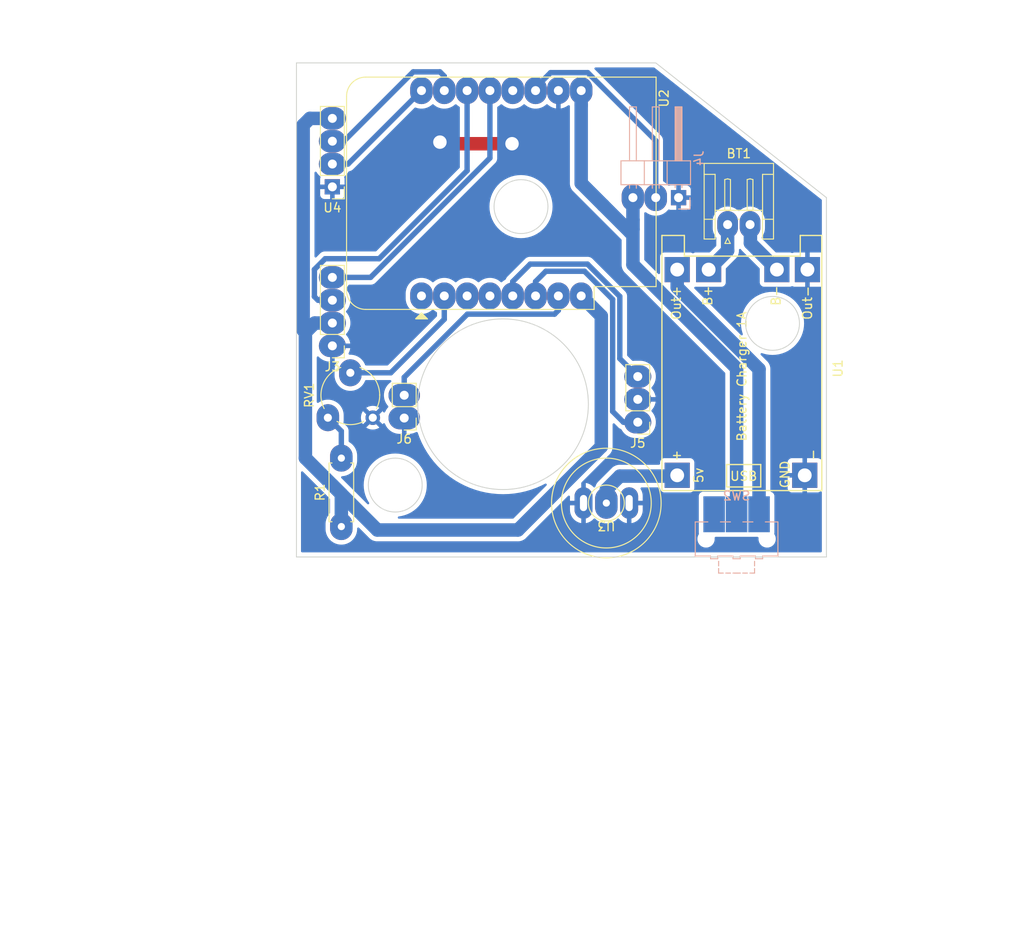
<source format=kicad_pcb>
(kicad_pcb (version 20211014) (generator pcbnew)
  (layers (0 "F.Cu" signal) (31 "B.Cu" signal) (34 "B.Paste" user) (35 "F.Paste" user) (36 "B.SilkS" user "B.Silkscreen") (37 "F.SilkS" user "F.Silkscreen") (38 "B.Mask" user) (39 "F.Mask" user) (44 "Edge.Cuts" user))
  (net 0 "")
  (net 1 "GND")
  (net 2 "ROTARY_SWITCH")
  (net 3 "+5V")
  (net 5 "Net-(U2-Pad2)")
  (net 8 "+3V3")
  (net 9 "Net-(J4-Pad2)")
  (net 11 "SDA")
  (net 12 "SCL")
  (net 13 "Net-(U2-Pad15)")
  (net 14 "Net-(U2-Pad16)")
  (net 15 "Net-(J5-Pad1)")
  (net 16 "Net-(J5-Pad3)")
  (net 17 "/VBAT")
  (net 18 "/VIN")
  (net 19 "/VBAT-")
  (net 20 "/5V")
  (net 21 "Net-(R1-Pad2)")
  (footprint "Connector_PinHeader_2.54mm:PinHeader_1x02_P2.54mm_Vertical" (layer "F.Cu") (at 89 101.54 180)
    (fp_text reference "J6" (at 0 -2.33) (layer "F.SilkS"))
    (fp_text value "EncoderSwitch")
    (fp_line (start -1.33 -1.33) (end 0 -1.33) (layer "F.SilkS") (width 0.12))
    (fp_line (start -1.33 3.87) (end 1.33 3.87) (layer "F.SilkS") (width 0.12))
    (fp_line (start -1.33 1.27) (end -1.33 3.87) (layer "F.SilkS") (width 0.12))
    (fp_line (start -1.33 0) (end -1.33 -1.33) (layer "F.SilkS") (width 0.12))
    (fp_line (start -1.33 1.27) (end 1.33 1.27) (layer "F.SilkS") (width 0.12))
    (fp_line (start 1.33 1.27) (end 1.33 3.87) (layer "F.SilkS") (width 0.12))
    (pad "1" thru_hole oval (at 0 0 180) (size 3.5 2.5) (drill 1) (layers *.Cu *.Mask) (net 1 "GND"))
    (pad "2" thru_hole oval (at 0 2.54 180) (size 3.5 2.5) (drill 1) (layers *.Cu *.Mask) (net 2 "ROTARY_SWITCH"))
  )
  (footprint "Module:WEMOS_D1_mini_light" (layer "F.Cu") (at 90.92 87.945 90)
    (fp_text reference "U2" (at 22 27 90) (layer "F.SilkS"))
    (fp_text value "WeMos_D1_mini")
    (fp_line (start -1.5 19.22) (end -1.5 -6.21) (layer "F.SilkS") (width 0.12))
    (fp_line (start 1.04 26.12) (end 24.36 26.12) (layer "F.SilkS") (width 0.12))
    (fp_line (start 22.24 -8.34) (end 0.63 -8.34) (layer "F.SilkS") (width 0.12))
    (fp_line (start 1.04 19.22) (end 1.04 26.12) (layer "F.SilkS") (width 0.12))
    (fp_line (start -1.5 19.22) (end 1.04 19.22) (layer "F.SilkS") (width 0.12))
    (fp_line (start 24.36 26.12) (end 24.36 -6.21) (layer "F.SilkS") (width 0.12))
    (fp_arc (start -1.5 -6.21) (mid -0.876137 -7.716137) (end 0.63 -8.34) (layer "F.SilkS") (width 0.12))
    (fp_arc (start 22.23 -8.34) (mid 23.736137 -7.716137) (end 24.36 -6.21) (layer "F.SilkS") (width 0.12))
    (fp_poly (pts (xy -2.54 -0.635) (xy -2.54 0.635) (xy -1.905 0)) (layer "F.SilkS") (width 0.15) (fill solid))
    (pad "1" thru_hole oval (at 0 0 90) (size 3 2.5) (drill 1) (layers *.Cu *.Mask))
    (pad "2" thru_hole oval (at 0 2.54 90) (size 3 2.5) (drill 1) (layers *.Cu *.Mask) (net 5 "Net-(U2-Pad2)"))
    (pad "3" thru_hole oval (at 0 5.08 90) (size 3 2.5) (drill 1) (layers *.Cu *.Mask))
    (pad "4" thru_hole oval (at 0 7.62 90) (size 3 2.5) (drill 1) (layers *.Cu *.Mask))
    (pad "5" thru_hole oval (at 0 10.16 90) (size 3 2.5) (drill 1) (layers *.Cu *.Mask) (net 16 "Net-(J5-Pad3)"))
    (pad "6" thru_hole oval (at 0 12.7 90) (size 3 2.5) (drill 1) (layers *.Cu *.Mask) (net 15 "Net-(J5-Pad1)"))
    (pad "7" thru_hole oval (at 0 15.24 90) (size 3 2.5) (drill 1) (layers *.Cu *.Mask) (net 2 "ROTARY_SWITCH"))
    (pad "8" thru_hole oval (at 0 17.78 90) (size 3 2.5) (drill 1) (layers *.Cu *.Mask) (net 8 "+3V3"))
    (pad "9" thru_hole oval (at 22.86 17.78 90) (size 3 2.5) (drill 1) (layers *.Cu *.Mask) (net 3 "+5V"))
    (pad "10" thru_hole oval (at 22.86 15.24 90) (size 3 2.5) (drill 1) (layers *.Cu *.Mask) (net 1 "GND"))
    (pad "11" thru_hole oval (at 22.86 12.7 90) (size 3 2.5) (drill 1) (layers *.Cu *.Mask) (net 9 "Net-(J4-Pad2)"))
    (pad "12" thru_hole oval (at 22.86 10.16 90) (size 3 2.5) (drill 1) (layers *.Cu *.Mask))
    (pad "13" thru_hole oval (at 22.86 7.62 90) (size 3 2.5) (drill 1) (layers *.Cu *.Mask) (net 11 "SDA"))
    (pad "14" thru_hole oval (at 22.86 5.08 90) (size 3 2.5) (drill 1) (layers *.Cu *.Mask) (net 12 "SCL"))
    (pad "15" thru_hole oval (at 22.86 2.54 90) (size 3 2.5) (drill 1) (layers *.Cu *.Mask) (net 13 "Net-(U2-Pad15)"))
    (pad "16" thru_hole oval (at 22.86 0 90) (size 3 2.5) (drill 1) (layers *.Cu *.Mask) (net 14 "Net-(U2-Pad16)"))
  )
  (footprint "Connector_PinHeader_2.54mm:PinHeader_1x04_P2.54mm_Vertical" (layer "F.Cu") (at 81 93.5 180)
    (fp_text reference "J3" (at 0 -2.33) (layer "F.SilkS"))
    (fp_text value "i2c")
    (fp_line (start -1.33 1.27) (end 1.33 1.27) (layer "F.SilkS") (width 0.12))
    (fp_line (start -1.33 1.27) (end -1.33 8.95) (layer "F.SilkS") (width 0.12))
    (fp_line (start -1.33 -1.33) (end 0 -1.33) (layer "F.SilkS") (width 0.12))
    (fp_line (start -1.33 0) (end -1.33 -1.33) (layer "F.SilkS") (width 0.12))
    (fp_line (start 1.33 1.27) (end 1.33 8.95) (layer "F.SilkS") (width 0.12))
    (fp_line (start -1.33 8.95) (end 1.33 8.95) (layer "F.SilkS") (width 0.12))
    (pad "1" thru_hole oval (at 0 0 180) (size 3 2.5) (drill 1) (layers *.Cu *.Mask) (net 1 "GND"))
    (pad "2" thru_hole oval (at 0 2.54 180) (size 3 2.5) (drill 1) (layers *.Cu *.Mask) (net 8 "+3V3"))
    (pad "3" thru_hole oval (at 0 5.08 180) (size 3 2.5) (drill 1) (layers *.Cu *.Mask) (net 12 "SCL"))
    (pad "4" thru_hole oval (at 0 7.62 180) (size 3 2.5) (drill 1) (layers *.Cu *.Mask) (net 11 "SDA"))
  )
  (footprint "Connector_PinHeader_2.54mm:PinHeader_1x04_P2.54mm_Vertical" (layer "F.Cu") (at 81 75.8 180)
    (fp_text reference "U4" (at 0 -2.33) (layer "F.SilkS"))
    (fp_text value "TTL")
    (fp_line (start -1.33 1.27) (end 1.33 1.27) (layer "F.SilkS") (width 0.12))
    (fp_line (start -1.33 8.95) (end 1.33 8.95) (layer "F.SilkS") (width 0.12))
    (fp_line (start -1.33 1.27) (end -1.33 8.95) (layer "F.SilkS") (width 0.12))
    (fp_line (start -1.33 -1.33) (end 0 -1.33) (layer "F.SilkS") (width 0.12))
    (fp_line (start -1.33 0) (end -1.33 -1.33) (layer "F.SilkS") (width 0.12))
    (fp_line (start 1.33 1.27) (end 1.33 8.95) (layer "F.SilkS") (width 0.12))
    (pad "1" thru_hole rect (at 0 0 180) (size 1.7 1.7) (drill 1) (layers *.Cu *.Mask) (net 1 "GND"))
    (pad "2" thru_hole oval (at 0 2.54 180) (size 3 2.5) (drill 1) (layers *.Cu *.Mask) (net 14 "Net-(U2-Pad16)"))
    (pad "3" thru_hole oval (at 0 5.08 180) (size 3 2.5) (drill 1) (layers *.Cu *.Mask) (net 13 "Net-(U2-Pad15)"))
    (pad "4" thru_hole oval (at 0 7.62 180) (size 3 2.5) (drill 1) (layers *.Cu *.Mask) (net 8 "+3V3"))
  )
  (footprint "Connector_PinHeader_2.54mm:PinHeader_1x03_P2.54mm_Vertical" (layer "F.Cu") (at 115 102 180)
    (fp_text reference "J5" (at 0 -2.33) (layer "F.SilkS"))
    (fp_text value "EncoderRotary")
    (fp_line (start -1.33 0) (end -1.33 -1.33) (layer "F.SilkS") (width 0.12))
    (fp_line (start 1.33 1.27) (end 1.33 6.41) (layer "F.SilkS") (width 0.12))
    (fp_line (start -1.33 1.27) (end -1.33 6.41) (layer "F.SilkS") (width 0.12))
    (fp_line (start -1.33 6.41) (end 1.33 6.41) (layer "F.SilkS") (width 0.12))
    (fp_line (start -1.33 -1.33) (end 0 -1.33) (layer "F.SilkS") (width 0.12))
    (fp_line (start -1.33 1.27) (end 1.33 1.27) (layer "F.SilkS") (width 0.12))
    (pad "1" thru_hole oval (at 0 0 180) (size 3 2.5) (drill 1) (layers *.Cu *.Mask) (net 15 "Net-(J5-Pad1)"))
    (pad "2" thru_hole oval (at 0 2.54 180) (size 3 2.5) (drill 1) (layers *.Cu *.Mask) (net 1 "GND"))
    (pad "3" thru_hole oval (at 0 5.08 180) (size 3 2.5) (drill 1) (layers *.Cu *.Mask) (net 16 "Net-(J5-Pad3)"))
  )
  (footprint "Connector_JST:JST_EH_S2B-EH_1x02_P2.50mm_Horizontal" (layer "F.Cu") (at 125 80)
    (fp_text reference "BT1" (at 1.25 -7.9) (layer "F.SilkS"))
    (fp_text value "Battery_Cell")
    (fp_line (start -0.32 -5.01) (end 0 -5.09) (layer "F.SilkS") (width 0.12))
    (fp_line (start 0.32 -1.59) (end 0 -1.59) (layer "F.SilkS") (width 0.12))
    (fp_line (start 2.18 -5.01) (end 2.5 -5.09) (layer "F.SilkS") (width 0.12))
    (fp_line (start -1.39 -1.59) (end 3.89 -1.59) (layer "F.SilkS") (width 0.12))
    (fp_line (start 0.3 2.1) (end 0 1.5) (layer "F.SilkS") (width 0.12))
    (fp_line (start -0.3 2.1) (end 0.3 2.1) (layer "F.SilkS") (width 0.12))
    (fp_line (start 0.32 -5.01) (end 0.32 -1.59) (layer "F.SilkS") (width 0.12))
    (fp_line (start -2.61 -5.59) (end -1.39 -5.59) (layer "F.SilkS") (width 0.12))
    (fp_line (start -1.39 -5.59) (end -1.39 -0.59) (layer "F.SilkS") (width 0.12))
    (fp_line (start -1.39 -0.59) (end -1.39 1.61) (layer "F.SilkS") (width 0.12))
    (fp_line (start 5.11 -5.59) (end 3.89 -5.59) (layer "F.SilkS") (width 0.12))
    (fp_line (start -1.39 -0.59) (end -2.61 -0.59) (layer "F.SilkS") (width 0.12))
    (fp_line (start 2.82 -5.01) (end 2.82 -1.59) (layer "F.SilkS") (width 0.12))
    (fp_line (start 3.89 -0.59) (end 5.11 -0.59) (layer "F.SilkS") (width 0.12))
    (fp_line (start 2.5 -1.59) (end 2.18 -1.59) (layer "F.SilkS") (width 0.12))
    (fp_line (start 2.18 -1.59) (end 2.18 -5.01) (layer "F.SilkS") (width 0.12))
    (fp_line (start 2.82 -1.59) (end 2.5 -1.59) (layer "F.SilkS") (width 0.12))
    (fp_line (start 0 -5.09) (end 0.32 -5.01) (layer "F.SilkS") (width 0.12))
    (fp_line (start 1.17 -0.59) (end 1.33 -0.59) (layer "F.SilkS") (width 0.12))
    (fp_line (start -1.39 1.61) (end -2.61 1.61) (layer "F.SilkS") (width 0.12))
    (fp_line (start -2.61 1.61) (end -2.61 -6.81) (layer "F.SilkS") (width 0.12))
    (fp_line (start 3.89 -5.59) (end 3.89 -0.59) (layer "F.SilkS") (width 0.12))
    (fp_line (start 2.5 -5.09) (end 2.82 -5.01) (layer "F.SilkS") (width 0.12))
    (fp_line (start 0 1.5) (end -0.3 2.1) (layer "F.SilkS") (width 0.12))
    (fp_line (start -0.32 -1.59) (end -0.32 -5.01) (layer "F.SilkS") (width 0.12))
    (fp_line (start -2.61 -6.81) (end 5.11 -6.81) (layer "F.SilkS") (width 0.12))
    (fp_line (start 3.89 1.61) (end 3.89 -0.59) (layer "F.SilkS") (width 0.12))
    (fp_line (start 5.11 -6.81) (end 5.11 1.61) (layer "F.SilkS") (width 0.12))
    (fp_line (start 0 -1.59) (end -0.32 -1.59) (layer "F.SilkS") (width 0.12))
    (fp_line (start 5.11 1.61) (end 3.89 1.61) (layer "F.SilkS") (width 0.12))
    (pad "1" thru_hole oval (at 0 0 90) (size 3 2.3) (drill 1) (layers *.Cu *.Mask) (net 17 "/VBAT"))
    (pad "2" thru_hole oval (at 2.5 0 90) (size 3 2.3) (drill 1) (layers *.Cu *.Mask) (net 19 "/VBAT-"))
  )
  (footprint "magnetic-charger:magnetic-charger" (layer "F.Cu") (at 111.5 111 180)
    (fp_text reference "U3" (at 0 -2.54 180 unlocked) (layer "F.SilkS"))
    (fp_text value "magnetic-charger" hide)
    (fp_circle (center 0 0) (end 6.1 0) (layer "F.SilkS") (width 0.12) (fill none))
    (fp_circle (center 0 0) (end 5 0) (layer "F.SilkS") (width 0.12) (fill none))
    (fp_circle (center 0 0) (end 2 0) (layer "F.SilkS") (width 0.12) (fill none))
    (pad "1" thru_hole oval (at -2.54 0 270) (size 3.5 2) (drill oval 1.8 0.8) (layers *.Cu *.Mask) (net 1 "GND"))
    (pad "1" thru_hole oval (at 2.54 0 270) (size 3.5 2) (drill oval 1.8 0.8) (layers *.Cu *.Mask) (net 1 "GND"))
    (pad "2" thru_hole oval (at 0 0 180) (size 2.5 3.5) (drill 0.8) (layers *.Cu *.Mask) (net 18 "/VIN"))
  )
  (footprint "Potentiometer_THT:Potentiometer_Piher_PT-6-V_Vertical" (layer "F.Cu") (at 85.5 101.5 90)
    (fp_text reference "RV1" (at 2.5 -7.06 90) (layer "F.SilkS"))
    (fp_text value "10k")
    (fp_arc (start 5.591846 -1.435392) (mid 4.398899 0.162158) (end 2.5 0.77) (layer "F.SilkS") (width 0.12))
    (fp_arc (start -0.413387 -1.014798) (mid -0.770114 -2.499325) (end -0.414 -3.984) (layer "F.SilkS") (width 0.12))
    (fp_arc (start 1.016032 -5.413829) (mid 3.725524 -5.531609) (end 5.592 -3.564) (layer "F.SilkS") (width 0.12))
    (fp_arc (start 2.556863 0.770075) (mid 1.764071 0.686696) (end 1.015 0.414) (layer "F.SilkS") (width 0.12))
    (pad "1" thru_hole circle (at 0 0 90) (size 1.62 1.62) (drill 0.9) (layers *.Cu *.Mask) (net 1 "GND"))
    (pad "2" thru_hole oval (at 5 -2.5 90) (size 3 2.5) (drill 0.9) (layers *.Cu *.Mask) (net 5 "Net-(U2-Pad2)"))
    (pad "3" thru_hole oval (at 0 -5 90) (size 3 2.5) (drill 0.9) (layers *.Cu *.Mask) (net 21 "Net-(R1-Pad2)"))
  )
  (footprint "Resistor_THT:R_Axial_DIN0207_L6.3mm_D2.5mm_P7.62mm_Horizontal" (layer "F.Cu") (at 82 113.62 90)
    (fp_text reference "R1" (at 3.81 -2.37 90) (layer "F.SilkS"))
    (fp_text value "20k")
    (fp_line (start 7.08 -1.37) (end 7.08 -1.04) (layer "F.SilkS") (width 0.12))
    (fp_line (start 0.54 1.37) (end 7.08 1.37) (layer "F.SilkS") (width 0.12))
    (fp_line (start 0.54 1.04) (end 0.54 1.37) (layer "F.SilkS") (width 0.12))
    (fp_line (start 0.54 -1.04) (end 0.54 -1.37) (layer "F.SilkS") (width 0.12))
    (fp_line (start 0.54 -1.37) (end 7.08 -1.37) (layer "F.SilkS") (width 0.12))
    (fp_line (start 7.08 1.37) (end 7.08 1.04) (layer "F.SilkS") (width 0.12))
    (pad "1" thru_hole oval (at 0 0 90) (size 3 2.5) (drill 0.8) (layers *.Cu *.Mask) (net 8 "+3V3"))
    (pad "2" thru_hole oval (at 7.62 0 90) (size 3 2.5) (drill 0.8) (layers *.Cu *.Mask) (net 21 "Net-(R1-Pad2)"))
  )
  (footprint "TP4056:TP4056" (layer "F.Cu") (at 117.6875 109.6125 90)
    (fp_text reference "U1" (at 13.6 19.6 90) (layer "F.SilkS"))
    (fp_text value "TP4056")
    (fp_text user "Battery Charger 1A" (at 12.7 8.9 90) (layer "F.SilkS"))
    (fp_text user "B-" (at 21.7 12.7 90) (layer "F.SilkS"))
    (fp_text user "+" (at 3.9 1.6 90) (layer "F.SilkS"))
    (fp_text user "GND" (at 1.8 13.7 90) (layer "F.SilkS"))
    (fp_text user "5v" (at 1.7 4.1 90) (layer "F.SilkS"))
    (fp_text user "Out-" (at 20.9 16.2 90) (layer "F.SilkS"))
    (fp_text user "USB" (at 1.6 9.1) (layer "F.SilkS"))
    (fp_text user "Out+" (at 20.9 1.6 90) (layer "F.SilkS"))
    (fp_text user "B+" (at 21.7 5.1 90) (layer "F.SilkS"))
    (fp_text user "-" (at 4 16.8 90) (layer "F.SilkS"))
    (fp_line (start 2.9 11) (end 0.4 11) (layer "F.SilkS") (width 0.15))
    (fp_line (start 26.3 15.4) (end 28.4 15.4) (layer "F.SilkS") (width 0.15))
    (fp_line (start 28.4 2.5) (end 26.1 2.5) (layer "F.SilkS") (width 0.15))
    (fp_line (start 2.9 7.2) (end 2.9 11) (layer "F.SilkS") (width 0.15))
    (fp_line (start 26.1 15.4) (end 26.4 15.4) (layer "F.SilkS") (width 0.15))
    (fp_line (start 0.4 7.2) (end 2.9 7.2) (layer "F.SilkS") (width 0.15))
    (fp_line (start 0.4 11) (end 0.4 7.3) (layer "F.SilkS") (width 0.15))
    (fp_line (start 26.1 2.5) (end 26.1 15.4) (layer "F.SilkS") (width 0.15))
    (fp_line (start 28.4 0) (end 28.4 2.5) (layer "F.SilkS") (width 0.15))
    (fp_line (start 0 0) (end 26.3 0) (layer "F.SilkS") (width 0.15))
    (fp_line (start 28.4 15.4) (end 28.4 15.7) (layer "F.SilkS") (width 0.15))
    (fp_line (start 0 17.8) (end 0 0) (layer "F.SilkS") (width 0.15))
    (fp_line (start 28.4 17.8) (end 0 17.8) (layer "F.SilkS") (width 0.15))
    (fp_line (start 28.4 15.7) (end 28.4 17.8) (layer "F.SilkS") (width 0.15))
    (fp_line (start 26.3 0) (end 28.4 0) (layer "F.SilkS") (width 0.15))
    (pad "1" thru_hole rect (at 1.7 1.7 90) (size 2.8 2.8) (drill 1.54) (layers *.Cu *.Mask) (net 18 "/VIN"))
    (pad "2" thru_hole rect (at 1.7 15.9 90) (size 2.8 2.8) (drill 1.54) (layers *.Cu *.Mask) (net 1 "GND"))
    (pad "3" thru_hole rect (at 24.6 1.7 90) (size 2.8 2.8) (drill 1.54) (layers *.Cu *.Mask) (net 20 "/5V"))
    (pad "4" thru_hole rect (at 24.6 16.2 90) (size 2.8 2.8) (drill 1.54) (layers *.Cu *.Mask) (net 1 "GND"))
    (pad "5" thru_hole rect (at 24.6 5.2 90) (size 2.8 2.8) (drill 1.54) (layers *.Cu *.Mask) (net 17 "/VBAT"))
    (pad "6" thru_hole rect (at 24.6 12.8 90) (size 2.8 2.8) (drill 1.54) (layers *.Cu *.Mask) (net 19 "/VBAT-"))
  )
  (footprint "Connector_PinHeader_2.54mm:PinHeader_1x03_P2.54mm_Horizontal" (layer "B.Cu") (at 119.54 77 90)
    (fp_text reference "J4" (at 4.385 2.27 90) (layer "B.SilkS") (effects (justify mirror)))
    (fp_text value "Neopixel Connector")
    (fp_line (start 1.11 0.38) (end 1.44 0.38) (layer "B.SilkS") (width 0.12))
    (fp_line (start 1.042929 -4.7) (end 1.44 -4.7) (layer "B.SilkS") (width 0.12))
    (fp_line (start 4.1 -6.41) (end 4.1 1.33) (layer "B.SilkS") (width 0.12))
    (fp_line (start 4.1 -0.04) (end 10.1 -0.04) (layer "B.SilkS") (width 0.12))
    (fp_line (start 4.1 0.08) (end 10.1 0.08) (layer "B.SilkS") (width 0.12))
    (fp_line (start 4.1 -0.16) (end 10.1 -0.16) (layer "B.SilkS") (width 0.12))
    (fp_line (start -1.27 1.27) (end 0 1.27) (layer "B.SilkS") (width 0.12))
    (fp_line (start 10.1 -5.46) (end 4.1 -5.46) (layer "B.SilkS") (width 0.12))
    (fp_line (start 4.1 -4.7) (end 10.1 -4.7) (layer "B.SilkS") (width 0.12))
    (fp_line (start 4.1 1.33) (end 1.44 1.33) (layer "B.SilkS") (width 0.12))
    (fp_line (start 10.1 -0.38) (end 4.1 -0.38) (layer "B.SilkS") (width 0.12))
    (fp_line (start 10.1 -2.92) (end 4.1 -2.92) (layer "B.SilkS") (width 0.12))
    (fp_line (start 1.042929 -5.46) (end 1.44 -5.46) (layer "B.SilkS") (width 0.12))
    (fp_line (start 1.44 -6.41) (end 4.1 -6.41) (layer "B.SilkS") (width 0.12))
    (fp_line (start 4.1 -2.16) (end 10.1 -2.16) (layer "B.SilkS") (width 0.12))
    (fp_line (start 4.1 -0.28) (end 10.1 -0.28) (layer "B.SilkS") (width 0.12))
    (fp_line (start 1.44 -3.81) (end 4.1 -3.81) (layer "B.SilkS") (width 0.12))
    (fp_line (start 1.042929 -2.92) (end 1.44 -2.92) (layer "B.SilkS") (width 0.12))
    (fp_line (start 1.11 -0.38) (end 1.44 -0.38) (layer "B.SilkS") (width 0.12))
    (fp_line (start 1.042929 -2.16) (end 1.44 -2.16) (layer "B.SilkS") (width 0.12))
    (fp_line (start 10.1 -4.7) (end 10.1 -5.46) (layer "B.SilkS") (width 0.12))
    (fp_line (start 10.1 -2.16) (end 10.1 -2.92) (layer "B.SilkS") (width 0.12))
    (fp_line (start 1.44 1.33) (end 1.44 -6.41) (layer "B.SilkS") (width 0.12))
    (fp_line (start 4.1 0.2) (end 10.1 0.2) (layer "B.SilkS") (width 0.12))
    (fp_line (start 4.1 0.38) (end 10.1 0.38) (layer "B.SilkS") (width 0.12))
    (fp_line (start -1.27 0) (end -1.27 1.27) (layer "B.SilkS") (width 0.12))
    (fp_line (start 1.44 -1.27) (end 4.1 -1.27) (layer "B.SilkS") (width 0.12))
    (fp_line (start 10.1 0.38) (end 10.1 -0.38) (layer "B.SilkS") (width 0.12))
    (fp_line (start 4.1 0.32) (end 10.1 0.32) (layer "B.SilkS") (width 0.12))
    (pad "1" thru_hole rect (at 0 0 90) (size 1.7 1.7) (drill 1) (layers *.Cu *.Mask) (net 1 "GND"))
    (pad "2" thru_hole oval (at 0 -2.54 90) (size 3 2.5) (drill 1) (layers *.Cu *.Mask) (net 9 "Net-(J4-Pad2)"))
    (pad "3" thru_hole oval (at 0 -5.08 90) (size 3 2.5) (drill 1) (layers *.Cu *.Mask) (net 3 "+5V"))
  )
  (footprint "Button_Switch_SMD:SW_SPDT_CK-JS102011SAQN" (layer "B.Cu") (at 126 115 180)
    (fp_text reference "SW2" (at 0 4.8) (layer "B.SilkS") (effects (justify mirror)))
    (fp_text value "SW_SPST")
    (fp_line (start -2 -3.3) (end -2 -3.3) (layer "B.SilkS") (width 0.12))
    (fp_line (start 2.1 -1.9) (end 0.4 -1.9) (layer "B.SilkS") (width 0.12))
    (fp_line (start -2.9 -2.2) (end -2.9 -1.9) (layer "B.SilkS") (width 0.12))
    (fp_line (start -1.8 1.9) (end -1.8 1.9) (layer "B.SilkS") (width 0.12))
    (fp_line (start 4.6 1.9) (end 4.6 -1.9) (layer "B.SilkS") (width 0.12))
    (fp_line (start 0.4 -1.9) (end 0.4 -2.2) (layer "B.SilkS") (width 0.12))
    (fp_line (start 1.8 1.9) (end 0.7 1.9) (layer "B.SilkS") (width 0.12))
    (fp_line (start -2 -3.8) (end -1.5 -3.8) (layer "B.SilkS") (width 0.12))
    (fp_line (start 0.7 -3.8) (end 0.7 -3.8) (layer "B.SilkS") (width 0.12))
    (fp_line (start 2.9 -2.2) (end 2.1 -2.2) (layer "B.SilkS") (width 0.12))
    (fp_line (start 2.1 -2.2) (end 2.1 -1.9) (layer "B.SilkS") (width 0.12))
    (fp_line (start -1.5 -3.8) (end -1.5 -3.8) (layer "B.SilkS") (width 0.12))
    (fp_line (start 1.2 -3.8) (end 0.7 -3.8) (layer "B.SilkS") (width 0.12))
    (fp_line (start 4.6 -1.9) (end 2.9 -1.9) (layer "B.SilkS") (width 0.12))
    (fp_line (start -4.6 1.9) (end -3.2 1.9) (layer "B.SilkS") (width 0.12))
    (fp_line (start -2.1 -2.2) (end -2.9 -2.2) (layer "B.SilkS") (width 0.12))
    (fp_line (start -2.1 -1.9) (end -2.1 -2.2) (layer "B.SilkS") (width 0.12))
    (fp_line (start -0.7 -3.8) (end -0.7 -3.8) (layer "B.SilkS") (width 0.12))
    (fp_line (start 0.4 -3.8) (end -0.4 -3.8) (layer "B.SilkS") (width 0.12))
    (fp_line (start -0.7 1.9) (end -1.8 1.9) (layer "B.SilkS") (width 0.12))
    (fp_line (start -4.6 -1.9) (end -4.6 -1.9) (layer "B.SilkS") (width 0.12))
    (fp_line (start -0.4 -2.2) (end -0.4 -1.9) (layer "B.SilkS") (width 0.12))
    (fp_line (start -2.9 -1.9) (end -4.6 -1.9) (layer "B.SilkS") (width 0.12))
    (fp_line (start -0.4 -1.9) (end -2.1 -1.9) (layer "B.SilkS") (width 0.12))
    (fp_line (start -1.2 -3.8) (end -0.7 -3.8) (layer "B.SilkS") (width 0.12))
    (fp_line (start -2 -3) (end -2 -2.5) (layer "B.SilkS") (width 0.12))
    (fp_line (start 2 -3.8) (end 2 -3.3) (layer "B.SilkS") (width 0.12))
    (fp_line (start -2 -3.8) (end -2 -3.3) (layer "B.SilkS") (width 0.12))
    (fp_line (start 2 -3.3) (end 2 -3.3) (layer "B.SilkS") (width 0.12))
    (fp_line (start 0.4 -2.2) (end -0.4 -2.2) (layer "B.SilkS") (width 0.12))
    (fp_line (start -2 -2.5) (end -2 -2.5) (layer "B.SilkS") (width 0.12))
    (fp_line (start 1.5 -3.8) (end 1.5 -3.8) (layer "B.SilkS") (width 0.12))
    (fp_line (start 2 -3) (end 2 -2.5) (layer "B.SilkS") (width 0.12))
    (fp_line (start 2 -3.8) (end 1.5 -3.8) (layer "B.SilkS") (width 0.12))
    (fp_line (start 3.2 1.9) (end 4.6 1.9) (layer "B.SilkS") (width 0.12))
    (fp_line (start -4.6 -1.9) (end -4.6 1.9) (layer "B.SilkS") (width 0.12))
    (fp_line (start 2.9 -1.9) (end 2.9 -2.2) (layer "B.SilkS") (width 0.12))
    (fp_line (start -0.4 -3.8) (end -0.4 -3.8) (layer "B.SilkS") (width 0.12))
    (fp_line (start 0.7 1.9) (end 0.7 1.9) (layer "B.SilkS") (width 0.12))
    (fp_line (start 2 -2.5) (end 2 -2.5) (layer "B.SilkS") (width 0.12))
    (pad "" np_thru_hole circle (at 3.4 0 180) (size 0.9 0.9) (drill 0.9) (layers *.Cu *.Mask))
    (pad "" np_thru_hole circle (at -3.4 0 180) (size 0.9 0.9) (drill 0.9) (layers *.Cu *.Mask))
    (pad "1" smd rect (at -2.5 2.75 180) (size 2.4 4) (layers "B.Cu" "B.Paste" "B.Mask") (net 20 "/5V"))
    (pad "2" smd rect (at 0 2.75 180) (size 2.4 4) (layers "B.Cu" "B.Paste" "B.Mask") (net 3 "+5V"))
    (pad "3" smd rect (at 2.5 2.75 180) (size 2.4 4) (layers "B.Cu" "B.Paste" "B.Mask"))
  )
  (gr_line (start 136 77) (end 136 117) (layer "Edge.Cuts") (width 0.1))
  (gr_line (start 117 62) (end 136 77) (layer "Edge.Cuts") (width 0.1))
  (gr_circle (center 88 109) (end 91 109) (layer "Edge.Cuts") (width 0.1) (fill none))
  (gr_line (start 77 62) (end 117 62) (layer "Edge.Cuts") (width 0.1))
  (gr_circle (center 130 91) (end 133 91) (layer "Edge.Cuts") (width 0.1) (fill none))
  (gr_circle (center 100 100) (end 109.5 100) (layer "Edge.Cuts") (width 0.1) (fill none))
  (gr_circle (center 102 78) (end 105 78) (layer "Edge.Cuts") (width 0.1) (fill none))
  (gr_line (start 77 117) (end 77 62) (layer "Edge.Cuts") (width 0.1))
  (gr_line (start 77 117) (end 136 117) (layer "Edge.Cuts") (width 0.1))
  (segment (start 93.149141 71) (end 92.972221 70.82308) (width 1.5) (layer "F.Cu") (net 1))
  (segment (start 101 71) (end 93.149141 71) (width 1.5) (layer "F.Cu") (net 1))
  (via (at 92.972221 70.82308) (size 3) (drill 1.5) (layers "F.Cu" "B.Cu") (net 1))
  (via (at 101 71) (size 3) (drill 1.5) (layers "F.Cu" "B.Cu") (net 1))
  (segment (start 96.028373 89.971627) (end 89 97) (width 0.6) (layer "B.Cu") (net 2))
  (segment (start 105.733373 89.971627) (end 96.028373 89.971627) (width 0.6) (layer "B.Cu") (net 2))
  (segment (start 89 97) (end 89 99) (width 0.6) (layer "B.Cu") (net 2))
  (segment (start 106.16 89.545) (end 105.733373 89.971627) (width 0.6) (layer "B.Cu") (net 2))
  (segment (start 106.16 87.945) (end 106.16 89.545) (width 0.6) (layer "B.Cu") (net 2))
  (segment (start 114.46 77) (end 114.46 79.46) (width 1.5) (layer "B.Cu") (net 3))
  (segment (start 126 112.25) (end 126 96) (width 1.5) (layer "B.Cu") (net 3))
  (segment (start 108.7 75.4) (end 111.15 77.85) (width 1.5) (layer "B.Cu") (net 3))
  (segment (start 126 96) (end 114.46 84.46) (width 1.5) (layer "B.Cu") (net 3))
  (segment (start 108.7 66.7) (end 108.7 75.4) (width 1.5) (layer "B.Cu") (net 3))
  (segment (start 108.7 65.085) (end 108.7 66.7) (width 1.5) (layer "B.Cu") (net 3))
  (segment (start 114.46 84.46) (end 114.46 79.46) (width 1.5) (layer "B.Cu") (net 3))
  (segment (start 114.46 79.46) (end 114.46 80.54) (width 1.5) (layer "B.Cu") (net 3))
  (segment (start 114.46 80.54) (end 114.15 80.85) (width 1.5) (layer "B.Cu") (net 3))
  (segment (start 111.15 77.85) (end 114.15 80.85) (width 1.5) (layer "B.Cu") (net 3))
  (segment (start 93.46 90.54) (end 93.46 87.945) (width 0.6) (layer "B.Cu") (net 5))
  (segment (start 83 96.5) (end 87.5 96.5) (width 0.6) (layer "B.Cu") (net 5))
  (segment (start 87.5 96.5) (end 93.46 90.54) (width 0.6) (layer "B.Cu") (net 5))
  (segment (start 86 114) (end 81 109) (width 1.5) (layer "B.Cu") (net 8))
  (segment (start 110.939803 104.71976) (end 101.659563 114) (width 1.5) (layer "B.Cu") (net 8))
  (segment (start 110.939803 90.184803) (end 110.939803 104.71976) (width 1.5) (layer "B.Cu") (net 8))
  (segment (start 81 90.96) (end 79.04 90.96) (width 1.5) (layer "B.Cu") (net 8))
  (segment (start 81.202081 90.96) (end 80 90.96) (width 0.6) (layer "B.Cu") (net 8))
  (segment (start 77.750499 91.750499) (end 77.750499 68.929501) (width 1.5) (layer "B.Cu") (net 8))
  (segment (start 77.750499 68.929501) (end 78.5 68.18) (width 1.5) (layer "B.Cu") (net 8))
  (segment (start 108.7 87.945) (end 110.939803 90.184803) (width 1.5) (layer "B.Cu") (net 8))
  (segment (start 79.04 90.96) (end 78 92) (width 1.5) (layer "B.Cu") (net 8))
  (segment (start 78 106) (end 78 92) (width 1.5) (layer "B.Cu") (net 8))
  (segment (start 81 109) (end 78 106) (width 1.5) (layer "B.Cu") (net 8))
  (segment (start 78 92) (end 77.750499 91.750499) (width 1.5) (layer "B.Cu") (net 8))
  (segment (start 82 113.62) (end 82 110) (width 1.5) (layer "B.Cu") (net 8))
  (segment (start 101.659563 114) (end 86 114) (width 1.5) (layer "B.Cu") (net 8))
  (segment (start 82 110) (end 81 109) (width 1.5) (layer "B.Cu") (net 8))
  (segment (start 78.5 68.18) (end 81 68.18) (width 1.5) (layer "B.Cu") (net 8))
  (segment (start 117 70.660126) (end 109.424874 63.085) (width 0.6) (layer "B.Cu") (net 9))
  (segment (start 109.424874 63.085) (end 105.295 63.085) (width 0.6) (layer "B.Cu") (net 9))
  (segment (start 117 77) (end 117 70.660126) (width 0.6) (layer "B.Cu") (net 9))
  (segment (start 105.295 63.085) (end 103.62 64.76) (width 0.6) (layer "B.Cu") (net 9))
  (segment (start 103.62 64.76) (end 103.62 65.085) (width 0.6) (layer "B.Cu") (net 9))
  (segment (start 85.250665 85.88) (end 81 85.88) (width 0.6) (layer "B.Cu") (net 11))
  (segment (start 98.54 72.590665) (end 85.250665 85.88) (width 0.6) (layer "B.Cu") (net 11))
  (segment (start 98.54 65.085) (end 98.54 72.590665) (width 0.6) (layer "B.Cu") (net 11))
  (segment (start 80.200499 83.799501) (end 79 85) (width 0.6) (layer "B.Cu") (net 12))
  (segment (start 96 74) (end 86.200499 83.799501) (width 0.6) (layer "B.Cu") (net 12))
  (segment (start 86.200499 83.799501) (end 80.200499 83.799501) (width 0.6) (layer "B.Cu") (net 12))
  (segment (start 96 65.085) (end 96 74) (width 0.6) (layer "B.Cu") (net 12))
  (segment (start 79 88.02) (end 79.4 88.42) (width 0.6) (layer "B.Cu") (net 12))
  (segment (start 79.4 88.42) (end 81 88.42) (width 0.6) (layer "B.Cu") (net 12))
  (segment (start 80 88.42) (end 81.449334 88.42) (width 0.6) (layer "B.Cu") (net 12))
  (segment (start 79 85) (end 79 88.02) (width 0.6) (layer "B.Cu") (net 12))
  (segment (start 90 63) (end 92.975 63) (width 0.6) (layer "B.Cu") (net 13))
  (segment (start 81 70.72) (end 82.28 70.72) (width 0.6) (layer "B.Cu") (net 13))
  (segment (start 82.28 70.72) (end 90 63) (width 0.6) (layer "B.Cu") (net 13))
  (segment (start 93.46 63.485) (end 93.46 65.085) (width 0.6) (layer "B.Cu") (net 13))
  (segment (start 92.975 63) (end 93.46 63.485) (width 0.6) (layer "B.Cu") (net 13))
  (segment (start 82.745 73.26) (end 81 73.26) (width 0.6) (layer "B.Cu") (net 14))
  (segment (start 90.92 65.085) (end 82.745 73.26) (width 0.6) (layer "B.Cu") (net 14))
  (segment (start 112.200499 88.331165) (end 109.068835 85.199501) (width 0.6) (layer "B.Cu") (net 15))
  (segment (start 115 102) (end 113.4 102) (width 0.6) (layer "B.Cu") (net 15))
  (segment (start 113.4 102) (end 112.200499 100.800499) (width 0.6) (layer "B.Cu") (net 15))
  (segment (start 112.200499 100.800499) (end 112.200499 88.331165) (width 0.6) (layer "B.Cu") (net 15))
  (segment (start 109.068835 85.199501) (end 104.765499 85.199501) (width 0.6) (layer "B.Cu") (net 15))
  (segment (start 103.62 86.345) (end 103.62 87.945) (width 0.6) (layer "B.Cu") (net 15))
  (segment (start 104.765499 85.199501) (end 103.62 86.345) (width 0.6) (layer "B.Cu") (net 15))
  (segment (start 101.08 87.945) (end 101.08 86.345) (width 0.6) (layer "B.Cu") (net 16))
  (segment (start 103.025 84.4) (end 109.4 84.4) (width 0.6) (layer "B.Cu") (net 16))
  (segment (start 109.4 84.4) (end 113 88) (width 0.6) (layer "B.Cu") (net 16))
  (segment (start 113 88) (end 113 94.92) (width 0.6) (layer "B.Cu") (net 16))
  (segment (start 113 94.92) (end 115 96.92) (width 0.6) (layer "B.Cu") (net 16))
  (segment (start 101.08 86.345) (end 103.025 84.4) (width 0.6) (layer "B.Cu") (net 16))
  (segment (start 125 82.9) (end 122.8875 85.0125) (width 1.5) (layer "B.Cu") (net 17))
  (segment (start 125 80.5) (end 125 82.9) (width 1.5) (layer "B.Cu") (net 17))
  (segment (start 111.5 109.5) (end 113 108) (width 1.5) (layer "B.Cu") (net 18))
  (segment (start 113 108) (end 119.3 108) (width 1.5) (layer "B.Cu") (net 18))
  (segment (start 119.3 108) (end 119.3875 107.9125) (width 1.5) (layer "B.Cu") (net 18))
  (segment (start 111.5 111) (end 111.5 109.5) (width 1.5) (layer "B.Cu") (net 18))
  (segment (start 127.54 80.5) (end 127.54 82.065) (width 1.5) (layer "B.Cu") (net 19))
  (segment (start 127.54 82.065) (end 130.4875 85.0125) (width 1.5) (layer "B.Cu") (net 19))
  (segment (start 119.3875 86.984042) (end 128.5 96.096542) (width 1.5) (layer "B.Cu") (net 20))
  (segment (start 128.5 96.096542) (end 128.5 112.25) (width 1.5) (layer "B.Cu") (net 20))
  (segment (start 119.3875 85.0125) (end 119.3875 86.984042) (width 1.5) (layer "B.Cu") (net 20))
  (segment (start 82 103) (end 80.5 101.5) (width 0.6) (layer "B.Cu") (net 21))
  (segment (start 82 106) (end 82 103) (width 0.6) (layer "B.Cu") (net 21))
  (zone locked (net 1) (net_name "GND") (layer "B.Cu") (connect_pads (clearance 0.508)) (min_thickness 0.254) (fill yes (thermal_gap 0.508) (thermal_bridge_width 0.508))
    (polygon (pts (xy 158 159) (xy 44 159) (xy 44 55) (xy 158 55)))
  )
)
</source>
